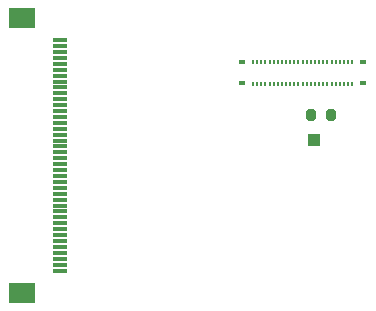
<source format=gts>
%TF.GenerationSoftware,KiCad,Pcbnew,7.0.11-7.0.11~ubuntu22.04.1*%
%TF.CreationDate,2024-12-09T17:56:30+01:00*%
%TF.ProjectId,40_to_WP27D-P050VA3,34305f74-6f5f-4575-9032-37442d503035,rev?*%
%TF.SameCoordinates,Original*%
%TF.FileFunction,Soldermask,Top*%
%TF.FilePolarity,Negative*%
%FSLAX46Y46*%
G04 Gerber Fmt 4.6, Leading zero omitted, Abs format (unit mm)*
G04 Created by KiCad (PCBNEW 7.0.11-7.0.11~ubuntu22.04.1) date 2024-12-09 17:56:30*
%MOMM*%
%LPD*%
G01*
G04 APERTURE LIST*
G04 Aperture macros list*
%AMRoundRect*
0 Rectangle with rounded corners*
0 $1 Rounding radius*
0 $2 $3 $4 $5 $6 $7 $8 $9 X,Y pos of 4 corners*
0 Add a 4 corners polygon primitive as box body*
4,1,4,$2,$3,$4,$5,$6,$7,$8,$9,$2,$3,0*
0 Add four circle primitives for the rounded corners*
1,1,$1+$1,$2,$3*
1,1,$1+$1,$4,$5*
1,1,$1+$1,$6,$7*
1,1,$1+$1,$8,$9*
0 Add four rect primitives between the rounded corners*
20,1,$1+$1,$2,$3,$4,$5,0*
20,1,$1+$1,$4,$5,$6,$7,0*
20,1,$1+$1,$6,$7,$8,$9,0*
20,1,$1+$1,$8,$9,$2,$3,0*%
G04 Aperture macros list end*
%ADD10R,1.000000X1.000000*%
%ADD11RoundRect,0.200000X-0.200000X-0.275000X0.200000X-0.275000X0.200000X0.275000X-0.200000X0.275000X0*%
%ADD12R,1.300000X0.300000*%
%ADD13R,2.200000X1.800000*%
%ADD14R,0.150000X0.400000*%
%ADD15R,0.600000X0.300000*%
G04 APERTURE END LIST*
D10*
%TO.C,TP1*%
X42560000Y-22620000D03*
%TD*%
D11*
%TO.C,R1*%
X42285000Y-20560000D03*
X43935000Y-20560000D03*
%TD*%
D12*
%TO.C,U1*%
X21050000Y-33700000D03*
X21050000Y-33200000D03*
X21050000Y-32700000D03*
X21050000Y-32200000D03*
X21050000Y-31700000D03*
X21050000Y-31200000D03*
X21050000Y-30700000D03*
X21050000Y-30200000D03*
X21050000Y-29700000D03*
X21050000Y-29200000D03*
X21050000Y-28700000D03*
X21050000Y-28200000D03*
X21050000Y-27700000D03*
X21050000Y-27200000D03*
X21050000Y-26700000D03*
X21050000Y-26200000D03*
X21050000Y-25700000D03*
X21050000Y-25200000D03*
X21050000Y-24700000D03*
X21050000Y-24200000D03*
X21050000Y-23700000D03*
X21050000Y-23200000D03*
X21050000Y-22700000D03*
X21050000Y-22200000D03*
X21050000Y-21700000D03*
X21050000Y-21200000D03*
X21050000Y-20700000D03*
X21050000Y-20200000D03*
X21050000Y-19700000D03*
X21050000Y-19200000D03*
X21050000Y-18700000D03*
X21050000Y-18200000D03*
X21050000Y-17700000D03*
X21050000Y-17200000D03*
X21050000Y-16700000D03*
X21050000Y-16200000D03*
X21050000Y-15700000D03*
X21050000Y-15200000D03*
X21050000Y-14700000D03*
X21050000Y-14200000D03*
D13*
X17800000Y-12300000D03*
X17800000Y-35600000D03*
%TD*%
D14*
%TO.C,CN1*%
X37360000Y-16060000D03*
X37710000Y-16060000D03*
X38060000Y-16060000D03*
X38410000Y-16060000D03*
X38760000Y-16060000D03*
X39110000Y-16060000D03*
X39460000Y-16060000D03*
X39810000Y-16060000D03*
X40160000Y-16060000D03*
X40510000Y-16060000D03*
X40860000Y-16060000D03*
X41210000Y-16060000D03*
X41560000Y-16060000D03*
X41910000Y-16060000D03*
X42260000Y-16060000D03*
X42610000Y-16060000D03*
X42960000Y-16060000D03*
X43310000Y-16060000D03*
X43660000Y-16060000D03*
X44010000Y-16060000D03*
X44360000Y-16060000D03*
X44710000Y-16060000D03*
X45060000Y-16060000D03*
X45410000Y-16060000D03*
X45760000Y-16060000D03*
X45760000Y-17880000D03*
X45410000Y-17880000D03*
X45060000Y-17880000D03*
X44710000Y-17880000D03*
X44360000Y-17880000D03*
X44010000Y-17880000D03*
X43660000Y-17880000D03*
X43310000Y-17880000D03*
X42960000Y-17880000D03*
X42610000Y-17880000D03*
X42260000Y-17880000D03*
X41910000Y-17880000D03*
X41560000Y-17880000D03*
X41210000Y-17880000D03*
X40860000Y-17880000D03*
X40510000Y-17880000D03*
X40160000Y-17880000D03*
X39810000Y-17880000D03*
X39460000Y-17880000D03*
X39110000Y-17880000D03*
X38760000Y-17880000D03*
X38410000Y-17880000D03*
X38060000Y-17880000D03*
X37710000Y-17880000D03*
X37360000Y-17880000D03*
D15*
X46710000Y-16080000D03*
X46710000Y-17860000D03*
X36410000Y-17860000D03*
X36410000Y-16080000D03*
%TD*%
M02*

</source>
